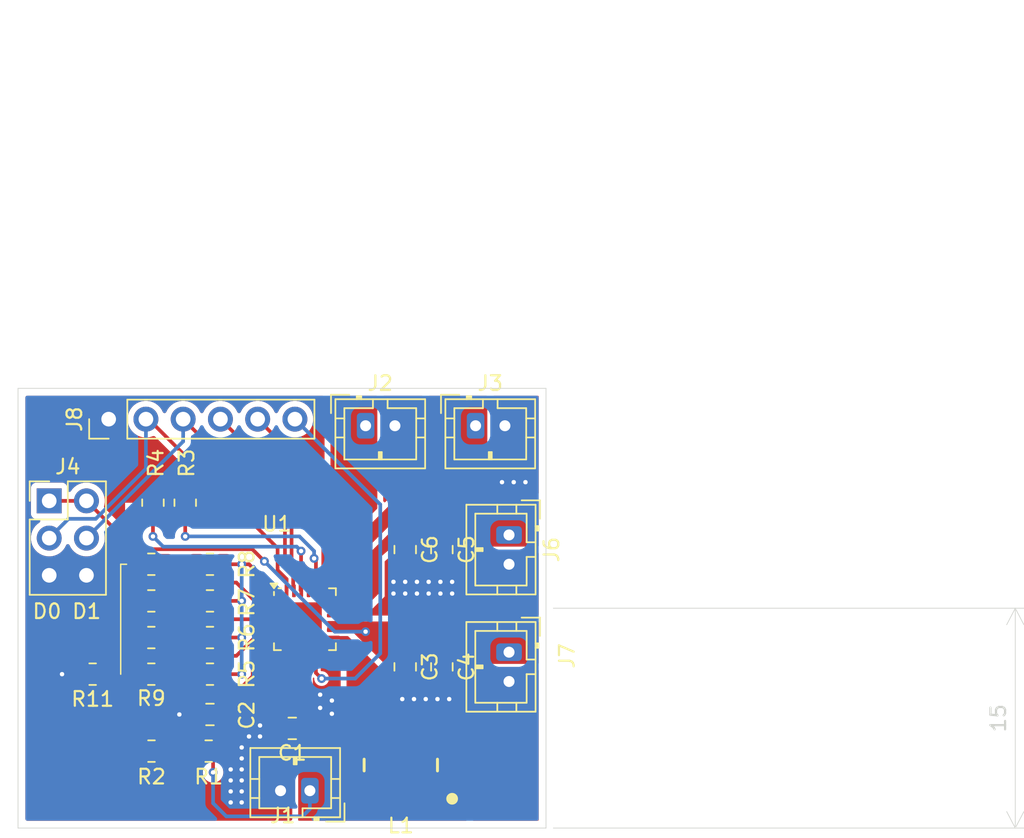
<source format=kicad_pcb>
(kicad_pcb
	(version 20241229)
	(generator "pcbnew")
	(generator_version "9.0")
	(general
		(thickness 1.6)
		(legacy_teardrops no)
	)
	(paper "A4")
	(layers
		(0 "F.Cu" signal)
		(2 "B.Cu" signal)
		(9 "F.Adhes" user "F.Adhesive")
		(11 "B.Adhes" user "B.Adhesive")
		(13 "F.Paste" user)
		(15 "B.Paste" user)
		(5 "F.SilkS" user "F.Silkscreen")
		(7 "B.SilkS" user "B.Silkscreen")
		(1 "F.Mask" user)
		(3 "B.Mask" user)
		(17 "Dwgs.User" user "User.Drawings")
		(19 "Cmts.User" user "User.Comments")
		(21 "Eco1.User" user "User.Eco1")
		(23 "Eco2.User" user "User.Eco2")
		(25 "Edge.Cuts" user)
		(27 "Margin" user)
		(31 "F.CrtYd" user "F.Courtyard")
		(29 "B.CrtYd" user "B.Courtyard")
		(35 "F.Fab" user)
		(33 "B.Fab" user)
		(39 "User.1" user)
		(41 "User.2" user)
		(43 "User.3" user)
		(45 "User.4" user)
	)
	(setup
		(pad_to_mask_clearance 0)
		(allow_soldermask_bridges_in_footprints no)
		(tenting front back)
		(grid_origin 152.02 74)
		(pcbplotparams
			(layerselection 0x00000000_00000000_55555555_5755f5ff)
			(plot_on_all_layers_selection 0x00000000_00000000_00000000_00000000)
			(disableapertmacros no)
			(usegerberextensions no)
			(usegerberattributes yes)
			(usegerberadvancedattributes yes)
			(creategerberjobfile yes)
			(dashed_line_dash_ratio 12.000000)
			(dashed_line_gap_ratio 3.000000)
			(svgprecision 4)
			(plotframeref no)
			(mode 1)
			(useauxorigin no)
			(hpglpennumber 1)
			(hpglpenspeed 20)
			(hpglpendiameter 15.000000)
			(pdf_front_fp_property_popups yes)
			(pdf_back_fp_property_popups yes)
			(pdf_metadata yes)
			(pdf_single_document no)
			(dxfpolygonmode yes)
			(dxfimperialunits yes)
			(dxfusepcbnewfont yes)
			(psnegative no)
			(psa4output no)
			(plot_black_and_white yes)
			(plotinvisibletext no)
			(sketchpadsonfab no)
			(plotpadnumbers no)
			(hidednponfab no)
			(sketchdnponfab yes)
			(crossoutdnponfab yes)
			(subtractmaskfromsilk no)
			(outputformat 1)
			(mirror no)
			(drillshape 1)
			(scaleselection 1)
			(outputdirectory "")
		)
	)
	(net 0 "")
	(net 1 "GND")
	(net 2 "/VIN")
	(net 3 "Net-(U1-CBP)")
	(net 4 "VCC")
	(net 5 "/REG_D0")
	(net 6 "/REG_D1")
	(net 7 "/PGOOD")
	(net 8 "/LLD")
	(net 9 "/SW")
	(net 10 "/MPPT")
	(net 11 "Net-(U1-VID)")
	(net 12 "Net-(U1-MINOP)")
	(net 13 "/REF")
	(net 14 "/SETSD")
	(net 15 "/SETPG")
	(net 16 "/SETBK")
	(net 17 "/TERM")
	(net 18 "/SETHYST")
	(net 19 "/SYS_OUT")
	(net 20 "/DIS_SW")
	(net 21 "/BAT_BAK")
	(net 22 "/BAT_PRIMARY")
	(footprint "Resistor_SMD:R_0805_2012Metric" (layer "F.Cu") (at 163.42 81.8 90))
	(footprint "Connector_PinHeader_2.54mm:PinHeader_2x03_P2.54mm_Vertical" (layer "F.Cu") (at 154.145 81.675))
	(footprint "Resistor_SMD:R_0805_2012Metric" (layer "F.Cu") (at 165.02 98.75 180))
	(footprint "Resistor_SMD:R_0805_2012Metric" (layer "F.Cu") (at 161.1075 86 180))
	(footprint "WE-TPC_4818:WE-TPC_4818" (layer "F.Cu") (at 178.12 99.7 180))
	(footprint "Resistor_SMD:R_0805_2012Metric" (layer "F.Cu") (at 165.1075 88.5 180))
	(footprint "Resistor_SMD:R_0805_2012Metric" (layer "F.Cu") (at 161.1075 88.5 180))
	(footprint "Capacitor_SMD:C_0805_2012Metric" (layer "F.Cu") (at 170.72 97.2 180))
	(footprint "Resistor_SMD:R_0805_2012Metric" (layer "F.Cu") (at 165.1075 86 180))
	(footprint "Connector_JST:JST_PH_B2B-PH-K_1x02_P2.00mm_Vertical" (layer "F.Cu") (at 183.22 76.55))
	(footprint "Package_CSP:LFCSP-24-1EP_4x4mm_P0.5mm_EP2.3x2.3mm" (layer "F.Cu") (at 171.5825 89.75))
	(footprint "Connector_JST:JST_PH_B2B-PH-K_1x02_P2.00mm_Vertical" (layer "F.Cu") (at 185.5 84 -90))
	(footprint "Capacitor_SMD:C_0805_2012Metric" (layer "F.Cu") (at 180.92 85 -90))
	(footprint "Resistor_SMD:R_0805_2012Metric" (layer "F.Cu") (at 161.1075 93.5 180))
	(footprint "Connector_JST:JST_PH_B2B-PH-K_1x02_P2.00mm_Vertical" (layer "F.Cu") (at 185.5 92 -90))
	(footprint "Connector_JST:JST_PH_B2B-PH-K_1x02_P2.00mm_Vertical" (layer "F.Cu") (at 175.72 76.55))
	(footprint "Resistor_SMD:R_0805_2012Metric" (layer "F.Cu") (at 157.1075 93.5 180))
	(footprint "Resistor_SMD:R_0805_2012Metric" (layer "F.Cu") (at 161.22 81.8 90))
	(footprint "Resistor_SMD:R_0805_2012Metric" (layer "F.Cu") (at 165.1075 93.5 180))
	(footprint "Capacitor_SMD:C_0805_2012Metric" (layer "F.Cu") (at 178.42 85 -90))
	(footprint "Capacitor_SMD:C_0805_2012Metric" (layer "F.Cu") (at 180.92 93 -90))
	(footprint "Resistor_SMD:R_0805_2012Metric" (layer "F.Cu") (at 161.12 98.75 180))
	(footprint "Connector_JST:JST_PH_B2B-PH-K_1x02_P2.00mm_Vertical" (layer "F.Cu") (at 171.92 101.45 180))
	(footprint "Capacitor_SMD:C_0805_2012Metric" (layer "F.Cu") (at 165.1075 96.25 180))
	(footprint "Capacitor_SMD:C_0805_2012Metric" (layer "F.Cu") (at 178.42 93 -90))
	(footprint "Connector_PinHeader_2.54mm:PinHeader_1x06_P2.54mm_Vertical" (layer "F.Cu") (at 158.2 76.1 90))
	(footprint "Resistor_SMD:R_0805_2012Metric" (layer "F.Cu") (at 165.1075 91 180))
	(footprint "Resistor_SMD:R_0805_2012Metric" (layer "F.Cu") (at 161.1075 91 180))
	(gr_line
		(start 159.02 86)
		(end 159.02 93.5)
		(stroke
			(width 0.1)
			(type default)
		)
		(layer "F.SilkS")
		(uuid "969d64af-74de-4040-92e8-9686e6abcd3d")
	)
	(gr_line
		(start 159.42 86)
		(end 159.02 86)
		(stroke
			(width 0.1)
			(type default)
		)
		(layer "F.SilkS")
		(uuid "eaf7edc5-5a42-4a18-81ae-b26185b29c04")
	)
	(gr_line
		(start 152.02 104)
		(end 188.02 104)
		(stroke
			(width 0.05)
			(type default)
		)
		(layer "Edge.Cuts")
		(uuid "36519438-2559-4fc2-848e-46cba1f6fc91")
	)
	(gr_line
		(start 188.02 74)
		(end 152.02 74)
		(stroke
			(width 0.05)
			(type default)
		)
		(layer "Edge.Cuts")
		(uuid "630be833-680a-45a7-96a5-79192055e9d5")
	)
	(gr_line
		(start 188.02 104)
		(end 188.02 74)
		(stroke
			(width 0.05)
			(type default)
		)
		(layer "Edge.Cuts")
		(uuid "924c12ec-ae7d-4745-9532-5728671f2aa2")
	)
	(gr_line
		(start 152.02 74)
		(end 152.02 104)
		(stroke
			(width 0.05)
			(type default)
		)
		(layer "Edge.Cuts")
		(uuid "f1f2177f-d8cb-408f-b192-c9c032a5c947")
	)
	(gr_text "D0"
		(at 152.92 89.8 0)
		(layer "F.SilkS")
		(uuid "45edb2dc-d5e3-420c-a9f7-00dedbcf5d5c")
		(effects
			(font
				(size 1 1)
				(thickness 0.15)
			)
			(justify left bottom)
		)
	)
	(gr_text "D1"
		(at 155.62 89.8 0)
		(layer "F.SilkS")
		(uuid "fdbc4ee7-65de-42df-b9c8-3c681d56d4eb")
		(effects
			(font
				(size 1 1)
				(thickness 0.15)
			)
			(justify left bottom)
		)
	)
	(dimension
		(type orthogonal)
		(layer "Dwgs.User")
		(uuid "12d1655d-9566-4174-a383-d0b5838405c3")
		(pts
			(xy 188.02 74) (xy 152.02 75)
		)
		(height -24.5)
		(orientation 0)
		(format
			(prefix "")
			(suffix "")
			(units 3)
			(units_format 0)
			(precision 4)
			(suppress_zeroes yes)
		)
		(style
			(thickness 0.1)
			(arrow_length 1.27)
			(text_position_mode 0)
			(arrow_direction outward)
			(extension_height 0.58642)
			(extension_offset 0.5)
			(keep_text_aligned yes)
		)
		(gr_text "36"
			(at 170.02 48.35 0)
			(layer "Dwgs.User")
			(uuid "12d1655d-9566-4174-a383-d0b5838405c3")
			(effects
				(font
					(size 1 1)
					(thickness 0.15)
				)
			)
		)
	)
	(dimension
		(type orthogonal)
		(layer "Edge.Cuts")
		(uuid "c783c712-dfa4-467e-8579-80ab10b65857")
		(pts
			(xy 188.02 104) (xy 188.02 89)
		)
		(height 32)
		(orientation 1)
		(format
			(prefix "")
			(suffix "")
			(units 3)
			(units_format 0)
			(precision 4)
			(suppress_zeroes yes)
		)
		(style
			(thickness 0.05)
			(arrow_length 1.27)
			(text_position_mode 0)
			(arrow_direction outward)
			(extension_height 0.58642)
			(extension_offset 0.5)
			(keep_text_aligned yes)
		)
		(gr_text "15"
			(at 218.87 96.5 90)
			(layer "Edge.Cuts")
			(uuid "c783c712-dfa4-467e-8579-80ab10b65857")
			(effects
				(font
					(size 1 1)
					(thickness 0.15)
				)
			)
		)
	)
	(segment
		(start 160.195 88.5)
		(end 160.195 91)
		(width 0.25)
		(layer "F.Cu")
		(net 1)
		(uuid "4cb90cfc-526c-481d-bf23-67b9f4c0ddee")
	)
	(segment
		(start 158.695 91)
		(end 156.195 93.5)
		(width 0.25)
		(layer "F.Cu")
		(net 1)
		(uuid "4dd05d14-3a40-4c06-94df-d26a5e63a52b")
	)
	(segment
		(start 160.195 86)
		(end 160.195 88.5)
		(width 0.25)
		(layer "F.Cu")
		(net 1)
		(uuid "506ad204-3dfc-46fc-921d-4f505c0cbdce")
	)
	(segment
		(start 164.1575 96.25)
		(end 163.02 96.25)
		(width 0.25)
		(layer "F.Cu")
		(net 1)
		(uuid "b9a4da0a-b6fc-4802-adb5-aaed2c381fe4")
	)
	(segment
		(start 160.195 91)
		(end 158.695 91)
		(width 0.25)
		(layer "F.Cu")
		(net 1)
		(uuid "d2e89b35-c449-4137-97e0-18bd2e06e1dd")
	)
	(segment
		(start 156.195 93.5)
		(end 155.02 93.5)
		(width 0.25)
		(layer "F.Cu")
		(net 1)
		(uuid "f0b0849c-d40f-4a51-b579-b64fab56eb0f")
	)
	(via
		(at 178.22 95.2)
		(size 0.6)
		(drill 0.3)
		(layers "F.Cu" "B.Cu")
		(free yes)
		(net 1)
		(uuid "068a9af3-e729-4662-a02d-43a1baf46838")
	)
	(via
		(at 180.02 87.2)
		(size 0.6)
		(drill 0.3)
		(layers "F.Cu" "B.Cu")
		(free yes)
		(net 1)
		(uuid "16c515c5-b029-4338-b345-de2bda4ceec7")
	)
	(via
		(at 166.52 100.75)
		(size 0.6)
		(drill 0.3)
		(layers "F.Cu" "B.Cu")
		(free yes)
		(net 1)
		(uuid "1b965aa8-90f5-4356-9e0a-bd7eae1fc8ef")
	)
	(via
		(at 185.82 80.4)
		(size 0.6)
		(drill 0.3)
		(layers "F.Cu" "B.Cu")
		(free yes)
		(net 1)
		(uuid "1de25ae9-c666-4b2e-a829-c045f5747bd2")
	)
	(via
		(at 186.62 80.4)
		(size 0.6)
		(drill 0.3)
		(layers "F.Cu" "B.Cu")
		(free yes)
		(net 1)
		(uuid "20a61a9e-a483-45ae-8b01-7fd88db95690")
	)
	(via
		(at 181.62 88)
		(size 0.6)
		(drill 0.3)
		(layers "F.Cu" "B.Cu")
		(free yes)
		(net 1)
		(uuid "26f7221e-cc4e-48a9-80d2-63f096448aa0")
	)
	(via
		(at 173.42 95.3)
		(size 0.6)
		(drill 0.3)
		(layers "F.Cu" "B.Cu")
		(free yes)
		(net 1)
		(uuid "27fda122-0beb-48e2-b899-d1a1a3530e69")
	)
	(via
		(at 180.62 95.2)
		(size 0.6)
		(drill 0.3)
		(layers "F.Cu" "B.Cu")
		(free yes)
		(net 1)
		(uuid "33f02011-6d6b-4dac-9bc1-ec501233a6c1")
	)
	(via
		(at 185.02 80.4)
		(size 0.6)
		(drill 0.3)
		(layers "F.Cu" "B.Cu")
		(free yes)
		(net 1)
		(uuid "34dbdf05-aaf1-458b-ad66-e72b1608ce51")
	)
	(via
		(at 163.02 96.25)
		(size 0.6)
		(drill 0.3)
		(layers "F.Cu" "B.Cu")
		(net 1)
		(uuid "37643d00-17db-43f0-9996-40fae8e52002")
	)
	(via
		(at 166.52 101.5)
		(size 0.6)
		(drill 0.3)
		(layers "F.Cu" "B.Cu")
		(free yes)
		(net 1)
		(uuid "3a372b97-87b3-4c6c-a457-16f7b87085cf")
	)
	(via
		(at 172.62 95.8)
		(size 0.6)
		(drill 0.3)
		(layers "F.Cu" "B.Cu")
		(free yes)
		(net 1)
		(uuid "3d641f3e-34ed-4184-b626-888a5762c109")
	)
	(via
		(at 180.02 88)
		(size 0.6)
		(drill 0.3)
		(layers "F.Cu" "B.Cu")
		(free yes)
		(net 1)
		(uuid "3e6be88b-deb0-4af7-8fa4-b06d54868cf3")
	)
	(via
		(at 179.82 95.2)
		(size 0.6)
		(drill 0.3)
		(layers "F.Cu" "B.Cu")
		(free yes)
		(net 1)
		(uuid "42e590b0-7072-494e-b44d-bd5c7157da7c")
	)
	(via
		(at 172.62 94.9)
		(size 0.6)
		(drill 0.3)
		(layers "F.Cu" "B.Cu")
		(free yes)
		(net 1)
		(uuid "449cba90-7276-47f4-b385-005fd8bcc212")
	)
	(via
		(at 166.52 100)
		(size 0.6)
		(drill 0.3)
		(layers "F.Cu" "B.Cu")
		(free yes)
		(net 1)
		(uuid "4de34748-52ea-479c-abb2-634568495118")
	)
	(via
		(at 167.27 98.5)
		(size 0.6)
		(drill 0.3)
		(layers "F.Cu" "B.Cu")
		(free yes)
		(net 1)
		(uuid "50678bc4-d91e-49c0-bf59-f0114afc9fee")
	)
	(via
		(at 167.27 100.75)
		(size 0.6)
		(drill 0.3)
		(layers "F.Cu" "B.Cu")
		(free yes)
		(net 1)
		(uuid "5d524b06-d0a5-4b4e-a413-fe9e063fbfda")
	)
	(via
		(at 173.42 96.2)
		(size 0.6)
		(drill 0.3)
		(layers "F.Cu" "B.Cu")
		(free yes)
		(net 1)
		(uuid "6a43d8e8-1bb8-40fc-a161-a837bc8b7849")
	)
	(via
		(at 178.42 87.2)
		(size 0.6)
		(drill 0.3)
		(layers "F.Cu" "B.Cu")
		(free yes)
		(net 1)
		(uuid "7e151a19-1285-4242-9c72-e0f2347f2bac")
	)
	(via
		(at 167.27 101.5)
		(size 0.6)
		(drill 0.3)
		(layers "F.Cu" "B.Cu")
		(free yes)
		(net 1)
		(uuid "8be7c23a-7b78-4711-a83e-dddac36bcd97")
	)
	(via
		(at 181.42 95.2)
		(size 0.6)
		(drill 0.3)
		(layers "F.Cu" "B.Cu")
		(free yes)
		(net 1)
		(uuid "97674798-c118-46fd-a6c5-e67779295552")
	)
	(via
		(at 166.52 102.25)
		(size 0.6)
		(drill 0.3)
		(layers "F.Cu" "B.Cu")
		(free yes)
		(net 1)
		(uuid "986af8fc-40aa-49b2-8b42-1a842e8bfbec")
	)
	(via
		(at 178.42 88)
		(size 0.6)
		(drill 0.3)
		(layers "F.Cu" "B.Cu")
		(free yes)
		(net 1)
		(uuid "9bcbec22-98ed-4da6-a737-3a54a16d6581")
	)
	(via
		(at 155.02 93.5)
		(size 0.6)
		(drill 0.3)
		(layers "F.Cu" "B.Cu")
		(net 1)
		(uuid "9c14e417-bebb-4194-a27f-3f687cb6f625")
	)
	(via
		(at 180.82 88)
		(size 0.6)
		(drill 0.3)
		(layers "F.Cu" "B.Cu")
		(free yes)
		(net 1)
		(uuid "ad7a5feb-f4e7-4a9c-994b-5b0e298e4f17")
	)
	(via
		(at 181.62 87.2)
		(size 0.6)
		(drill 0.3)
		(layers "F.Cu" "B.Cu")
		(free yes)
		(net 1)
		(uuid "b036fa1d-6acc-4873-ad2f-5b14a19cb213")
	)
	(via
		(at 177.62 88)
		(size 0.6)
		(drill 0.3)
		(layers "F.Cu" "B.Cu")
		(free yes)
		(net 1)
		(uuid "b5648792-0623-4a02-960c-4cf3419ae563")
	)
	(via
		(at 167.27 102.25)
		(size 0.6)
		(drill 0.3)
		(layers "F.Cu" "B.Cu")
		(free yes)
		(net 1)
		(uuid "bfc5894d-02bb-4ef5-8951-f9ca6dbb19a3")
	)
	(via
		(at 168.52 97)
		(size 0.6)
		(drill 0.3)
		(layers "F.Cu" "B.Cu")
		(free yes)
		(net 1)
		(uuid "c2627315-498e-4d27-a251-1dfeeca735f1")
	)
	(via
		(at 179.22 87.2)
		(size 0.6)
		(drill 0.3)
		(layers "F.Cu" "B.Cu")
		(free yes)
		(net 1)
		(uuid "c7755a77-f440-4a16-ac99-6eb61847d99a")
	)
	(via
		(at 167.27 100)
		(size 0.6)
		(drill 0.3)
		(layers "F.Cu" "B.Cu")
		(free yes)
		(net 1)
		(uuid "cc3f047c-49a7-46d8-ac74-19ac16825126")
	)
	(via
		(at 177.62 87.2)
		(size 0.6)
		(drill 0.3)
		(layers "F.Cu" "B.Cu")
		(free yes)
		(net 1)
		(uuid "d08b0b96-3f22-4872-9bb7-23cbc7285a31")
	)
	(via
		(at 179.22 88)
		(size 0.6)
		(drill 0.3)
		(layers "F.Cu" "B.Cu")
		(free yes)
		(net 1)
		(uuid "dbcaa6d6-bb9a-4405-8421-6c87b35eda30")
	)
	(via
		(at 167.77 97.75)
		(size 0.6)
		(drill 0.3)
		(layers "F.Cu" "B.Cu")
		(free yes)
		(net 1)
		(uuid "eb4d7f4a-00dc-43c7-8a79-95822820e38e")
	)
	(via
		(at 180.82 87.2)
		(size 0.6)
		(drill 0.3)
		(layers "F.Cu" "B.Cu")
		(free yes)
		(net 1)
		(uuid "edb741a7-5fb1-4381-807f-54ba1b3fbadf")
	)
	(via
		(at 168.52 97.75)
		(size 0.6)
		(drill 0.3)
		(layers "F.Cu" "B.Cu")
		(free yes)
		(net 1)
		(uuid "edbccca1-025b-45eb-b39e-1bd82ef7bfc1")
	)
	(via
		(at 179.02 95.2)
		(size 0.6)
		(drill 0.3)
		(layers "F.Cu" "B.Cu")
		(free yes)
		(net 1)
		(uuid "fc836eb5-464b-4796-802b-bc71baaea8d7")
	)
	(via
		(at 167.27 99.25)
		(size 0.6)
		(drill 0.3)
		(layers "F.Cu" "B.Cu")
		(free yes)
		(net 1)
		(uuid "fd8e2dff-303b-4b05-a7a6-4ec8a88cfa5d")
	)
	(segment
		(start 165.32 99.3625)
		(end 165.9325 98.75)
		(width 0.25)
		(layer "F.Cu")
		(net 2)
		(uuid "3802e56c-8438-4e16-9a64-198e00d3aef4")
	)
	(segment
		(start 171.8325 93.0875)
		(end 171.32 93.6)
		(width 0.25)
		(layer "F.Cu")
		(net 2)
		(uuid "56e61a77-f8d1-4996-b770-9bcf09c26f6d")
	)
	(segment
		(start 165.32 100.2)
		(end 165.32 99.3625)
		(width 0.25)
		(layer "F.Cu")
		(net 2)
		(uuid "be62d2b4-e8fc-47c1-b4f0-c0cea57524a2")
	)
	(segment
		(start 171.8325 91.6875)
		(end 171.8325 93.0875)
		(width 0.25)
		(layer "F.Cu")
		(net 2)
		(uuid "e3dd8368-5a65-4a85-95e7-4e505f9265c1")
	)
	(via
		(at 165.32 100.2)
		(size 0.6)
		(drill 0.3)
		(layers "F.Cu" "B.Cu")
		(net 2)
		(uuid "e977992a-6c05-40fe-adb1-b19de1a7b1b5")
	)
	(segment
		(start 165.32 102.3)
		(end 166.22 103.2)
		(width 0.25)
		(layer "B.Cu")
		(net 2)
		(uuid "2d86be12-9199-4e4b-a351-c745f2e4645f")
	)
	(segment
		(start 165.32 100.2)
		(end 165.32 102.3)
		(width 0.25)
		(layer "B.Cu")
		(net 2)
		(uuid "3c833c73-ad9e-4ea3-ae40-356c917ccc71")
	)
	(segment
		(start 171.92 102.7)
		(end 171.92 101.45)
		(width 0.25)
		(layer "B.Cu")
		(net 2)
		(uuid "4106dc76-9815-4411-a059-c8bd38a8923f")
	)
	(segment
		(start 166.22 103.2)
		(end 171.42 103.2)
		(width 0.25)
		(layer "B.Cu")
		(net 2)
		(uuid "50da62db-bf18-4be6-a313-30b5d8841d43")
	)
	(segment
		(start 171.92 102.3)
		(end 171.92 101.45)
		(width 0.25)
		(layer "B.Cu")
		(net 2)
		(uuid "96a34197-33a9-4630-81d4-dcde7d2a1e3f")
	)
	(segment
		(start 171.42 103.2)
		(end 171.92 102.7)
		(width 0.25)
		(layer "B.Cu")
		(net 2)
		(uuid "abbe9061-a8d4-400a-a1fc-1e3b8143a197")
	)
	(segment
		(start 166.0575 96.25)
		(end 166.758654 96.25)
		(width 0.25)
		(layer "F.Cu")
		(net 3)
		(uuid "07a41e90-712d-4367-a16c-1b94ddb17e33")
	)
	(segment
		(start 166.758654 96.25)
		(end 170.8325 92.176154)
		(width 0.25)
		(layer "F.Cu")
		(net 3)
		(uuid "84ad91fa-f62c-4358-aa27-67fb8072a28a")
	)
	(segment
		(start 170.8325 92.176154)
		(end 170.8325 91.6875)
		(width 0.25)
		(layer "F.Cu")
		(net 3)
		(uuid "eab80221-c71c-43b7-ad6e-d43e0d773ad0")
	)
	(segment
		(start 156.685 81.675)
		(end 159.984 84.974)
		(width 0.25)
		(layer "F.Cu")
		(net 4)
		(uuid "3c617b5e-f196-45fb-a319-385e6daf83fd")
	)
	(segment
		(start 167.994 84.974)
		(end 168.82 85.8)
		(width 0.25)
		(layer "F.Cu")
		(net 4)
		(uuid "6594ed91-4ba0-48db-b328-f583c616b836")
	)
	(segment
		(start 154.145 81.675)
		(end 156.685 81.675)
		(width 0.25)
		(layer "F.Cu")
		(net 4)
		(uuid "9aa13f48-209f-4a32-8b8a-2fb986d6173b")
	)
	(segment
		(start 159.984 84.974)
		(end 167.994 84.974)
		(width 0.25)
		(layer "F.Cu")
		(net 4)
		(uuid "ac959b74-e5e0-414f-a998-992228b68dca")
	)
	(via
		(at 175.72 90.6)
		(size 0.6)
		(drill 0.3)
		(layers "F.Cu" "B.Cu")
		(net 4)
		(uuid "3c7a67e9-5dcc-4e91-b73a-9900c774f257")
	)
	(via
		(at 168.82 85.8)
		(size 0.6)
		(drill 0.3)
		(layers "F.Cu" "B.Cu")
		(net 4)
		(uuid "44189009-fee7-4791-b86c-8344df10aad2")
	)
	(segment
		(start 175.72 90.6)
		(end 173.62 90.6)
		(width 0.25)
		(layer "B.Cu")
		(net 4)
		(uuid "2ecfa883-44b1-4944-8683-2e8f775f2a5f")
	)
	(segment
		(start 173.62 90.6)
		(end 168.82 85.8)
		(width 0.25)
		(layer "B.Cu")
		(net 4)
		(uuid "fe484d2f-4123-4689-8eb1-106bd66f1faa")
	)
	(segment
		(start 170.3325 87.0125)
		(end 169.72 86.4)
		(width 0.25)
		(layer "F.Cu")
		(net 5)
		(uuid "2890dd06-16e4-4bf7-b837-767737dccd81")
	)
	(segment
		(start 160.92 76.1)
		(end 160.74 76.1)
		(width 0.25)
		(layer "F.Cu")
		(net 5)
		(uuid "5edb1a1f-10d6-4622-be42-fe073c0efe90")
	)
	(segment
		(start 170.3325 87.8125)
		(end 170.3325 87.0125)
		(width 0.25)
		(layer "F.Cu")
		(net 5)
		(uuid "c0e18192-8965-4e9a-9b92-0d05959df180")
	)
	(segment
		(start 169.72 86.4)
		(end 169.72 84.9)
		(width 0.25)
		(layer "F.Cu")
		(net 5)
		(uuid "cb13afc7-8507-46e8-b3ee-b97c68770070")
	)
	(segment
		(start 169.72 84.9)
		(end 160.92 76.1)
		(width 0.25)
		(layer "F.Cu")
		(net 5)
		(uuid "dc2ca0d6-e26b-458b-b629-731793f3a97f")
	)
	(segment
		(start 155.46 82.9)
		(end 157.32 82.9)
		(width 0.25)
		(layer "B.Cu")
		(net 5)
		(uuid "3c810a3b-2232-404c-8050-bb205218b312")
	)
	(segment
		(start 154.145 84.215)
		(end 155.46 82.9)
		(width 0.25)
		(layer "B.Cu")
		(net 5)
		(uuid "4bd0d1dd-4a7e-4a36-acb9-6155ae5c0f64")
	)
	(segment
		(start 157.32 82.9)
		(end 160.74 79.48)
		(width 0.25)
		(layer "B.Cu")
		(net 5)
		(uuid "a6b5d71a-4c78-43fd-bb61-d3c0c961d264")
	)
	(segment
		(start 160.74 79.48)
		(end 160.74 76.1)
		(width 0.25)
		(layer "B.Cu")
		(net 5)
		(uuid "b1a745af-2a56-4a0b-a997-84a1c32968f4")
	)
	(segment
		(start 170.7835 87.7635)
		(end 170.7835 87.274846)
		(width 0.25)
		(layer "F.Cu")
		(net 6)
		(uuid "3c5636db-ed59-4054-8c8a-9d2b9f3216ea")
	)
	(segment
		(start 170.51931 86.5615)
		(end 170.22 86.26219)
		(width 0.25)
		(layer "F.Cu")
		(net 6)
		(uuid "55372fab-6f4d-4b6a-b259-653b65b31908")
	)
	(segment
		(start 170.7835 86.82569)
		(end 170.51931 86.5615)
		(width 0.25)
		(layer "F.Cu")
		(net 6)
		(uuid "5bb28714-ddeb-48b9-947e-b7a6ab0928c2")
	)
	(segment
		(start 170.22 83.04)
		(end 163.28 76.1)
		(width 0.25)
		(layer "F.Cu")
		(net 6)
		(uuid "5c72ba64-12a1-40f9-835f-dad78635bdaa")
	)
	(segment
		(start 170.7835 87.274846)
		(end 170.7835 87.19931)
		(width 0.25)
		(layer "F.Cu")
		(net 6)
		(uuid "7bcf7e42-4e1c-4a12-a255-693023cc4c00")
	)
	(segment
		(start 170.8325 87.8125)
		(end 170.7835 87.7635)
		(width 0.25)
		(layer "F.Cu")
		(net 6)
		(uuid "ba32d455-cee9-4c8f-a30e-6e1d3fb1ca7f")
	)
	(segment
		(start 170.7835 87.19931)
		(end 170.7835 86.82569)
		(width 0.25)
		(layer "F.Cu")
		(net 6)
		(uuid "f702d2c7-fd37-4b4b-b965-8222c8dc0127")
	)
	(segment
		(start 170.22 86.26219)
		(end 170.22 83.04)
		(width 0.25)
		(layer "F.Cu")
		(net 6)
		(uuid "fbf96e6c-55d6-4652-a4d8-4bcfe4996045")
	)
	(segment
		(start 156.685 84.215)
		(end 163.28 77.62)
		(width 0.25)
		(layer "B.Cu")
		(net 6)
		(uuid "8fabd238-fe59-482e-b4d6-5c8abe2a7cb0")
	)
	(segment
		(start 163.28 77.62)
		(end 163.28 76.1)
		(width 0.25)
		(layer "B.Cu")
		(net 6)
		(uuid "999a2a78-a548-425e-9456-0e3771a107d6")
	)
	(segment
		(start 172.8325 80.5725)
		(end 168.36 76.1)
		(width 0.25)
		(layer "F.Cu")
		(net 7)
		(uuid "26dc97e8-0a84-4c3e-a7ea-af83a61ec37e")
	)
	(segment
		(start 172.8325 87.8125)
		(end 172.8325 80.5725)
		(width 0.25)
		(layer "F.Cu")
		(net 7)
		(uuid "de41ce90-acb8-4f4f-bbba-a65d7eccfd42")
	)
	(segment
		(start 172.3325 93.4125)
		(end 172.3325 91.6875)
		(width 0.25)
		(layer "F.Cu")
		(net 8)
		(uuid "07b400db-91bd-4d3a-9aa9-e5df2f5a8ec0")
	)
	(segment
		(start 172.72 93.8)
		(end 172.3325 93.4125)
		(width 0.25)
		(layer "F.Cu")
		(net 8)
		(uuid "866f9eb1-9aac-4aa2-b3f5-2de886a11270")
	)
	(via
		(at 172.72 93.8)
		(size 0.6)
		(drill 0.3)
		(layers "F.Cu" "B.Cu")
		(net 8)
		(uuid "3aed73d6-9594-461f-bbb5-6fcbdb601130")
	)
	(segment
		(start 175.005298 93.8)
		(end 172.72 93.8)
		(width 0.25)
		(layer "B.Cu")
		(net 8)
		(uuid "43eb7d9d-5137-47f7-b19f-440c36c79d86")
	)
	(segment
		(start 176.72 81.92)
		(end 176.72 92.085298)
		(width 0.25)
		(layer "B.Cu")
		(net 8)
		(uuid "674564fa-8191-43fd-afd2-fcea788655d9")
	)
	(segment
		(start 170.9 76.1)
		(end 176.72 81.92)
		(width 0.25)
		(layer "B.Cu")
		(net 8)
		(uuid "76d2a5b8-286f-45b0-93ed-a1088e3211e5")
	)
	(segment
		(start 176.72 92.085298)
		(end 175.005298 93.8)
		(width 0.25)
		(layer "B.Cu")
		(net 8)
		(uuid "85ba37f3-9ada-44ba-9e6d-109f0f2fb821")
	)
	(segment
		(start 171.3325 92.521514)
		(end 171.3325 91.6875)
		(width 0.25)
		(layer "F.Cu")
		(net 10)
		(uuid "35f72403-76ad-484a-a6ea-8797797be8dd")
	)
	(segment
		(start 164.195 98.75)
		(end 165.221 97.724)
		(width 0.25)
		(layer "F.Cu")
		(net 10)
		(uuid "430f45c6-e605-4cc2-bba2-8dfb504c7ad1")
	)
	(segment
		(start 164.195 98.75)
		(end 162.02 98.75)
		(width 0.25)
		(layer "F.Cu")
		(net 10)
		(uuid "b076753e-d3cc-4564-8422-7dd937fb87bf")
	)
	(segment
		(start 166.130014 97.724)
		(end 171.3325 92.521514)
		(width 0.25)
		(layer "F.Cu")
		(net 10)
		(uuid "d1176a56-13cd-49f1-a87f-63da3eeb01e1")
	)
	(segment
		(start 165.221 97.724)
		(end 166.130014 97.724)
		(width 0.25)
		(layer "F.Cu")
		(net 10)
		(uuid "d54c7bd5-309d-487e-9d9a-8998f3af0ca0")
	)
	(segment
		(start 163.42 84.1)
		(end 163.42 82.7125)
		(width 0.25)
		(layer "F.Cu")
		(net 11)
		(uuid "24548673-3d02-44b3-bad3-011e9b8664e1")
	)
	(segment
		(start 172.3325 85.725)
		(end 172.3325 87.8125)
		(width 0.25)
		(layer "F.Cu")
		(net 11)
		(uuid "3866e38d-b537-4375-817a-645771850c6e")
	)
	(segment
		(start 172.2075 85.6)
		(end 172.3325 85.725)
		(width 0.25)
		(layer "F.Cu")
		(net 11)
		(uuid "d27d404c-1e41-4574-9ef6-d2c9b7f20796")
	)
	(via
		(at 163.42 84.1)
		(size 0.6)
		(drill 0.3)
		(layers "F.Cu" "B.Cu")
		(net 11)
		(uuid "277b0e2c-158f-4d1d-96d6-8bb2fd205f69")
	)
	(via
		(at 172.2075 85.6)
		(size 0.6)
		(drill 0.3)
		(layers "F.Cu" "B.Cu")
		(net 11)
		(uuid "391f819d-0d5e-4be2-907a-4ca22735f727")
	)
	(segment
		(start 172.2075 85.6)
		(end 172.2075 85.102202)
		(width 0.25)
		(layer "B.Cu")
		(net 11)
		(uuid "336b50db-3fd4-4977-9390-3f58cab9cbd9")
	)
	(segment
		(start 171.205298 84.1)
		(end 163.42 84.1)
		(width 0.25)
		(layer "B.Cu")
		(net 11)
		(uuid "5d9baf9d-c6e3-4c59-bd3f-0b24e269e305")
	)
	(segment
		(start 172.2075 85.102202)
		(end 171.205298 84.1)
		(width 0.25)
		(layer "B.Cu")
		(net 11)
		(uuid "b8e007a8-7541-4a11-ba03-fb8d46dfa802")
	)
	(segment
		(start 171.32 85.1)
		(end 171.32 85.875)
		(width 0.25)
		(layer "F.Cu")
		(net 12)
		(uuid "0e7b07c9-3dac-4d59-bf3d-ccf0ecd0714f")
	)
	(segment
		(start 171.32 85.875)
		(end 171.8325 86.3875)
		(width 0.25)
		(layer "F.Cu")
		(net 12)
		(uuid "1549bfda-d478-4b47-ae52-b6566db3fefe")
	)
	(segment
		(start 171.8325 86.3875)
		(end 171.8325 87.8125)
		(width 0.25)
		(layer "F.Cu")
		(net 12)
		(uuid "6221f6d8-5665-42e8-9e18-37f9f4b43cb2")
	)
	(segment
		(start 161.22 84.1)
		(end 161.22 82.7125)
		(width 0.25)
		(layer "F.Cu")
		(net 12)
		(uuid "6abb24c8-b7ea-4391-9703-9f589fa9cdaf")
	)
	(via
		(at 161.22 84.1)
		(size 0.6)
		(drill 0.3)
		(layers "F.Cu" "B.Cu")
		(net 12)
		(uuid "2983b0c3-87d6-4894-b24b-ceaa5d056c12")
	)
	(via
		(at 171.32 85.1)
		(size 0.6)
		(drill 0.3)
		(layers "F.Cu" "B.Cu")
		(net 12)
		(uuid "d4e9d23f-1105-48bb-a876-b22cf9627744")
	)
	(segment
		(start 161.92 84.8)
		(end 161.22 84.1)
		(width 0.25)
		(layer "B.Cu")
		(net 12)
		(uuid "989a6787-dd3c-4fd3-ae06-9933276373ae")
	)
	(segment
		(start 171.32 85.1)
		(end 171.02 84.8)
		(width 0.25)
		(layer "B.Cu")
		(net 12)
		(uuid "d703b2d8-1d85-49a0-9dd8-f338867f621d")
	)
	(segment
		(start 171.02 84.8)
		(end 161.92 84.8)
		(width 0.25)
		(layer "B.Cu")
		(net 12)
		(uuid "f53bd92e-dd16-4f0b-8515-9ef24bbd4313")
	)
	(segment
		(start 166.02 91)
		(end 167.27 91)
		(width 0.25)
		(layer "F.Cu")
		(net 13)
		(uuid "07a0013d-de2a-4567-9d00-0299954a8b7d")
	)
	(segment
		(start 167.77 86)
		(end 169.645 87.875)
		(width 0.25)
		(layer "F.Cu")
		(net 13)
		(uuid "17ab0083-b41b-4e19-a88c-a7284ba464b3")
	)
	(segment
		(start 166.02 86)
		(end 167.27 86)
		(width 0.25)
		(layer "F.Cu")
		(net 13)
		(uuid "1d8a5492-cb7e-46b6-89b7-8dd78df94d72")
	)
	(segment
		(start 167.27 86)
		(end 167.77 86)
		(width 0.25)
		(layer "F.Cu")
		(net 13)
		(uuid "5432ec64-7afd-4297-aff7-87b6d936df1f")
	)
	(segment
		(start 166.02 93.5)
		(end 167.27 93.5)
		(width 0.25)
		(layer "F.Cu")
		(net 13)
		(uuid "99b519f6-5900-4ac0-9316-d927549038a3")
	)
	(segment
		(start 166.02 88.5)
		(end 167.27 88.5)
		(width 0.25)
		(layer "F.Cu")
		(net 13)
		(uuid "c698c60e-945d-4556-89fd-451058188f1c")
	)
	(segment
		(start 169.645 87.875)
		(end 169.645 88.5)
		(width 0.25)
		(layer "F.Cu")
		(net 13)
		(uuid "cb374e4a-287c-4e4c-b7e0-8fa0c6cbb425")
	)
	(via
		(at 167.27 91)
		(size 0.6)
		(drill 0.3)
		(layers "F.Cu" "B.Cu")
		(net 13)
		(uuid "3af64f50-a8f5-40ca-ab90-f1d2aaf6ce3c")
	)
	(via
		(at 167.27 86)
		(size 0.6)
		(drill 0.3)
		(layers "F.Cu" "B.Cu")
		(net 13)
		(uuid "4c174ae4-ae53-487b-96cf-6ac4b5b30c18")
	)
	(via
		(at 167.27 88.5)
		(size 0.6)
		(drill 0.3)
		(layers "F.Cu" "B.Cu")
		(net 13)
		(uuid "88006985-4449-4f9b-a42c-172f12b053ed")
	)
	(via
		(at 167.27 93.5)
		(size 0.6)
		(drill 0.3)
		(layers "F.Cu" "B.Cu")
		(net 13)
		(uuid "e5eeccd1-6413-4d56-91b9-ca3dae69e38c")
	)
	(segment
		(start 167.27 88.5)
		(end 167.27 91)
		(width 0.25)
		(layer "B.Cu")
		(net 13)
		(uuid "251a5953-f306-4893-b867-0c63d4285feb")
	)
	(segment
		(start 167.27 93.5)
		(end 167.27 91)
		(width 0.25)
		(layer "B.Cu")
		(net 13)
		(uuid "2d48febd-b5e0-4737-bace-3863b2f18b0d")
	)
	(segment
		(start 167.27 86)
		(end 167.27 88.5)
		(width 0.25)
		(layer "B.Cu")
		(net 13)
		(uuid "ac6dedc2-ecba-4c92-8f2f-eea93e097e9f")
	)
	(segment
		(start 164.195 86)
		(end 162.02 86)
		(width 0.25)
		(layer "F.Cu")
		(net 14)
		(uuid "32576719-063d-4969-8cd0-4e3d1c1ae395")
	)
	(segment
		(start 165.445 87.25)
		(end 164.195 86)
		(width 0.25)
		(layer "F.Cu")
		(net 14)
		(uuid "71594449-1457-4ec7-b91a-4bc4ab381996")
	)
	(segment
		(start 169.645 89)
		(end 168.655298 89)
		(width 0.25)
		(layer "F.Cu")
		(net 14)
		(uuid "bf17c323-9377-472a-b98d-5f42d965c0db")
	)
	(segment
		(start 168.655298 89)
		(end 166.905298 87.25)
		(width 0.25)
		(layer "F.Cu")
		(net 14)
		(uuid "f05808de-10fb-4a1d-bfda-7e9e5f6e77fe")
	)
	(segment
		(start 166.905298 87.25)
		(end 165.445 87.25)
		(width 0.25)
		(layer "F.Cu")
		(net 14)
		(uuid "f502d7e7-13ba-4f9f-8167-a6a96aee6792")
	)
	(segment
		(start 169.645 90.5)
		(end 169.02 90.5)
		(width 0.25)
		(layer "F.Cu")
		(net 15)
		(uuid "075d9a59-96c4-4c62-a7e7-6a22ae21128a")
	)
	(segment
		(start 167.129298 94.526)
		(end 165.221 94.526)
		(width 0.25)
		(layer "F.Cu")
		(net 15)
		(uuid "3c062ae7-25bc-4ae1-b451-0298eb7c5829")
	)
	(segment
		(start 168.721 90.799)
		(end 168.721 91.073156)
		(width 0.25)
		(layer "F.Cu")
		(net 15)
		(uuid "420d952a-edb6-4bb9-a120-eb8804e1ccf0")
	)
	(segment
		(start 168.45681 91.337346)
		(end 168.02 91.774156)
		(width 0.25)
		(layer "F.Cu")
		(net 15)
		(uuid "498d6c9a-8987-4575-8c85-ecf84c8e6655")
	)
	(segment
		(start 168.02 91.774156)
		(end 168.02 93.635298)
		(width 0.25)
		(layer "F.Cu")
		(net 15)
		(uuid "5f313d30-20fd-4105-992b-962f310640a2")
	)
	(segment
		(start 162.02 93.5)
		(end 164.195 93.5)
		(width 0.25)
		(layer "F.Cu")
		(net 15)
		(uuid "66d019af-cd08-4f6d-901d-9474b6b5a667")
	)
	(segment
		(start 168.721 91.073156)
		(end 168.45681 91.337346)
		(width 0.25)
		(layer "F.Cu")
		(net 15)
		(uuid "a6c4a197-667b-43db-bb98-3cc5151c4bf0")
	)
	(segment
		(start 168.02 93.635298)
		(end 167.129298 94.526)
		(width 0.25)
		(layer "F.Cu")
		(net 15)
		(uuid "c0b1f12c-9b36-4e6d-9afe-946e5caa2452")
	)
	(segment
		(start 165.221 94.526)
		(end 164.195 93.5)
		(width 0.25)
		(layer "F.Cu")
		(net 15)
		(uuid "d84a5a4c-6bf1-4a7f-89e4-a352c9cf5e34")
	)
	(segment
		(start 169.02 90.5)
		(end 168.721 90.799)
		(width 0.25)
		(layer "F.Cu")
		(net 15)
		(uuid "f180a0d5-6fc6-49bf-8067-6f973d0e228d")
	)
	(segment
		(start 168.52 89.5)
		(end 168.27 89.75)
		(width 0.25)
		(layer "F.Cu")
		(net 16)
		(uuid "2ecda575-bb30-403c-96df-15ff6928f6aa")
	)
	(segment
		(start 165.445 89.75)
		(end 164.195 88.5)
		(width 0.25)
		(layer "F.Cu")
		(net 16)
		(uuid "327fc4f7-bb90-4e5c-a89a-69a590886c0e")
	)
	(segment
		(start 169.645 89.5)
		(end 168.52 89.5)
		(width 0.25)
		(layer "F.Cu")
		(net 16)
		(uuid "433c9619-aefc-4749-9002-f5b86194afe2")
	)
	(segment
		(start 168.27 89.75)
		(end 165.445 89.75)
		(width 0.25)
		(layer "F.Cu")
		(net 16)
		(uuid "661b0448-c052-49cb-8cf3-987be033d895")
	)
	(segment
		(start 164.195 88.5)
		(end 162.02 88.5)
		(width 0.25)
		(layer "F.Cu")
		(net 16)
		(uuid "c1fd79d7-e273-4b52-bcbe-bcaf669d4f1b")
	)
	(segment
		(start 166.906346 92.25)
		(end 165.52 92.25)
		(width 0.25)
		(layer "F.Cu")
		(net 17)
		(uuid "00c23b62-7ec1-4e90-8599-9e6b7277b7bf")
	)
	(segment
		(start 165.52 92.25)
		(end 164.27 91)
		(width 0.25)
		(layer "F.Cu")
		(net 17)
		(uuid "16a663eb-1cda-4a0a-a1bb-e296b4fc4164")
	)
	(segment
		(start 168.65781 90)
		(end 168.27 90.38781)
		(width 0.25)
		(layer "F.Cu")
		(net 17)
		(uuid "3192105d-46f2-462a-81d1-0e52acb9ca5a")
	)
	(segment
		(start 169.645 90)
		(end 168.65781 90)
		(width 0.25)
		(layer "F.Cu")
		(net 17)
		(uuid "377aef15-945f-4251-ba0f-48f7b09e4b50")
	)
	(segment
		(start 168.27 90.886346)
		(end 166.906346 92.25)
		(width 0.25)
		(layer "F.Cu")
		(net 17)
		(uuid "7b9817f1-9745-438c-acb9-74071a8c101b")
	)
	(segment
		(start 168.27 90.38781)
		(end 168.27 90.886346)
		(width 0.25)
		(layer "F.Cu")
		(net 17)
		(uuid "9d56f2bb-d5d5-463b-9933-9126a91b1fe8")
	)
	(segment
		(start 164.195 91)
		(end 162.02 91)
		(width 0.25)
		(layer "F.Cu")
		(net 17)
		(uuid "d5978675-e1d9-4783-b36d-161168fd3bd8")
	)
	(segment
		(start 164.27 91)
		(end 164.195 91)
		(width 0.25)
		(layer "F.Cu")
		(net 17)
		(uuid "ee134167-242d-438b-b473-f45f3669368a")
	)
	(segment
		(start 169.645 92.648108)
		(end 167.293108 95)
		(width 0.25)
		(layer "F.Cu")
		(net 18)
		(uuid "034a550c-beca-4164-8ec2-245080d8a872")
	)
	(segment
		(start 169.645 91)
		(end 169.645 92.648108)
		(width 0.25)
		(layer "F.Cu")
		(net 18)
		(uuid "15e8bc21-050c-4a5e-aa1e-0b87d26dd5ca")
	)
	(segment
		(start 160.195 93.5)
		(end 158.02 93.5)
		(width 0.25)
		(layer "F.Cu")
		(net 18)
		(uuid "5159c616-34f5-4809-8a15-81ab37c54ed2")
	)
	(segment
		(start 161.695 95)
		(end 160.195 93.5)
		(width 0.25)
		(layer "F.Cu")
		(net 18)
		(uuid "5a81fecf-35e5-4204-805c-01d6a06880a8")
	)
	(segment
		(start 167.293108 95)
		(end 161.695 95)
		(width 0.25)
		(layer "F.Cu")
		(net 18)
		(uuid "e0126d96-9fa2-4689-91bd-997811532f1b")
	)
	(segment
		(start 171.2835 87.7635)
		(end 171.2835 87.274846)
		(width 0.25)
		(layer "F.Cu")
		(net 20)
		(uuid "061b4169-caed-4115-adec-082774af7e76")
	)
	(segment
		(start 171.3325 87.8125)
		(end 171.2835 87.7635)
		(width 0.25)
		(layer "F.Cu")
		(net 20)
		(uuid "3392dfa9-c1d0-4faa-9d15-85f42c8040fa")
	)
	(segment
		(start 170.671 80.951)
		(end 165.82 76.1)
		(width 0.25)
		(layer "F.Cu")
		(net 20)
		(uuid "37173273-b49b-48cb-9e8d-fd5239a360a5")
	)
	(segment
		(start 171.2835 87.274846)
		(end 171.2345 87.225846)
		(width 0.25)
		(layer "F.Cu")
		(net 20)
		(uuid "63f90cd4-4e7c-4d77-bd41-6f50deccff91")
	)
	(segment
		(start 171.2345 87.225846)
		(end 171.2345 86.63888)
		(width 0.25)
		(layer "F.Cu")
		(net 20)
		(uuid "93fbfd8c-b0d5-4571-947b-7d5effc7a471")
	)
	(segment
		(start 171.2345 86.63888)
		(end 170.671 86.07538)
		(width 0.25)
		(layer "F.Cu")
		(net 20)
		(uuid "a2bf09cf-cf54-4044-a25f-5fb8cd71e67f")
	)
	(segment
		(start 170.671 86.07538)
		(end 170.671 80.951)
		(width 0.25)
		(layer "F.Cu")
		(net 20)
		(uuid "dfeb99bc-5e5b-4b91-99db-1b14cde6494f")
	)
	(zone
		(net 4)
		(net_name "VCC")
		(layer "F.Cu")
		(uuid "088ecf98-3f80-4ddf-bbca-0a6564d3e7ca")
		(hatch edge 0.5)
		(priority 1)
		(connect_pads yes
			(clearance 0)
		)
		(min_thickness 0.1)
		(filled_areas_thickness no)
		(fill yes
			(thermal_gap 0.5)
			(thermal_bridge_width 0.5)
		)
		(polygon
			(pts
				(xy 188.02 92.8) (xy 177.02 92.8) (xy 174.815238 90.6) (xy 173.02 90.6) (xy 173.02 90.4) (xy 173.02 89.9)
				(xy 188.02 89.9)
			)
		)
		(filled_polygon
			(layer "F.Cu")
			(pts
				(xy 175.807378 89.900603) (xy 175.838296 89.9055) (xy 175.838297 89.9055) (xy 187.4705 89.9055)
				(xy 187.505148 89.919852) (xy 187.5195 89.9545) (xy 187.5195 92.751) (xy 187.505148 92.785648) (xy 187.4705 92.8)
				(xy 177.040266 92.8) (xy 177.005655 92.785686) (xy 176.970894 92.751) (xy 174.815238 90.6) (xy 174.815237 90.6)
				(xy 173.1365 90.6) (xy 173.101852 90.585648) (xy 173.0875 90.551) (xy 173.0875 90.435661) (xy 173.089853 90.42066)
				(xy 173.089952 90.420352) (xy 173.094824 90.405201) (xy 173.098385 90.393074) (xy 173.100851 90.384314)
				(xy 173.114285 90.258159) (xy 173.110724 90.18838) (xy 173.088497 90.075122) (xy 173.088417 90.074714)
				(xy 173.0875 90.065278) (xy 173.0875 89.949) (xy 173.101852 89.914352) (xy 173.1365 89.9) (xy 175.799713 89.9)
			)
		)
	)
	(zone
		(net 22)
		(net_name "/BAT_PRIMARY")
		(layer "F.Cu")
		(uuid "0a74deef-731a-4370-9ea1-96ce623c4479")
		(hatch edge 0.5)
		(priority 7)
		(connect_pads yes
			(clearance 0)
		)
		(min_thickness 0.1)
		(filled_areas_thickness no)
		(fill yes
			(thermal_gap 0.5)
			(thermal_bridge_width 0.5)
		)
		(polygon
			(pts
				(xy 172.92 89.1) (xy 174.52 89.1) (xy 175.52 88.1) (xy 175.52 85.2) (xy 179.52 81.2) (xy 184.02 81.2)
				(xy 184.02 74) (xy 180.02 74) (xy 180.02 79.3) (xy 174.82 84.5) (xy 174.82 88.3) (xy 174.32 88.8)
				(xy 172.92 88.8)
			)
		)
		(filled_polygon
			(layer "F.Cu")
			(pts
				(xy 184.005648 74.514852) (xy 184.02 74.5495) (xy 184.02 81.151) (xy 184.005648 81.185648) (xy 183.971 81.2)
				(xy 179.52 81.2) (xy 175.52 85.199999) (xy 175.52 88.079704) (xy 175.505648 88.114352) (xy 174.534352 89.085648)
				(xy 174.499704 89.1) (xy 173.1365 89.1) (xy 173.101852 89.085648) (xy 173.0875 89.051) (xy 173.0875 88.935662)
				(xy 173.088851 88.924233) (xy 173.089282 88.922435) (xy 173.09482 88.905215) (xy 173.09838 88.893093)
				(xy 173.100846 88.884331) (xy 173.102782 88.866148) (xy 173.103521 88.86307) (xy 173.112818 88.850267)
				(xy 173.120386 88.836377) (xy 173.123776 88.835178) (xy 173.125559 88.832725) (xy 173.134924 88.831239)
				(xy 173.151167 88.825499) (xy 173.9209 88.825499) (xy 173.997617 88.81024) (xy 173.99762 88.810237)
				(xy 174.000054 88.80923) (xy 174.018806 88.8055) (xy 174.099704 88.8055) (xy 174.122619 88.800942)
				(xy 174.132179 88.8) (xy 174.319999 88.8) (xy 174.32 88.8) (xy 174.82 88.3) (xy 174.82 84.520296)
				(xy 174.834352 84.485648) (xy 180.02 79.3) (xy 180.02 74.5495) (xy 180.034352 74.514852) (xy 180.069 74.5005)
				(xy 183.971 74.5005)
			)
		)
	)
	(zone
		(net 1)
		(net_name "GND")
		(layer "F.Cu")
		(uuid "2777dbd9-8e2a-4dfb-bf7d-47ff5f9a2305")
		(hatch edge 0.5)
		(priority 6)
		(connect_pads yes
			(clearance 0.4)
		)
		(min_thickness 0.1)
		(filled_areas_thickness no)
		(fill yes
			(thermal_gap 0.5)
			(thermal_bridge_width 0.5)
		)
		(polygon
			(pts
				(xy 188.02 89.5) (xy 175.72 89.5) (xy 177.02 88.2) (xy 177.02 85.8) (xy 177.72 85.2) (xy 188.02 85.2)
			)
		)
		(filled_polygon
			(layer "F.Cu")
			(pts
				(xy 187.505148 85.214352) (xy 187.5195 85.249) (xy 187.5195 89.451) (xy 187.505148 89.485648) (xy 187.4705 89.5)
				(xy 175.838296 89.5) (xy 175.803648 89.485648) (xy 175.789296 89.451) (xy 175.803648 89.416352)
				(xy 177.02 88.2) (xy 177.02 85.822537) (xy 177.034352 85.787889) (xy 177.037104 85.785338) (xy 177.706238 85.211796)
				(xy 177.738127 85.2) (xy 187.4705 85.2)
			)
		)
	)
	(zone
		(net 0)
		(net_name "")
		(layer "F.Cu")
		(uuid "4aaefb11-e439-4cd7-854b-7c0dd0c6f234")
		(hatch edge 0.5)
		(connect_pads yes
			(clearance 0)
		)
		(min_thickness 0.25)
		(filled_areas_thickness no)
		(keepout
			(tracks allowed)
			(vias allowed)
			(pads allowed)
			(copperpour not_allowed)
			(footprints allowed)
		)
		(placement
			(enabled no)
			(sheetname "/")
		)
		(fill
			(thermal_gap 0.5)
			(thermal_bridge_width 0.5)
		)
		(polygon
			(pts
				(xy 166.72 99.7) (xy 158.52 99.7) (xy 154.32 95.6) (xy 154.32 93) (xy 159.32 88) (xy 159.32 81.8)
				(xy 166.12 81.8) (xy 170.32 86) (xy 170.32 93.7) (xy 166.72 97.3)
			)
		)
	)
	(zone
		(net 1)
		(net_name "GND")
		(layer "F.Cu")
		(uuid "4e159211-e74d-485b-8595-dc133e76025f")
		(hatch edge 0.5)
		(priority 11)
		(connect_pads yes
			(clearance 0.4)
		)
		(min_thickness 0.25)
		(filled_areas_thickness no)
		(fill yes
			(thermal_gap 0.5)
			(thermal_bridge_width 0.5)
		)
		(polygon
			(pts
				(xy 152.02 74) (xy 172.92 74) (xy 172.92 91.4) (xy 170.72 93.6) (xy 170.72 104) (xy 152.02 104)
			)
		)
		(filled_polygon
			(layer "F.Cu")
			(pts
				(xy 172.863039 74.520185) (xy 172.908794 74.572989) (xy 172.92 74.6245) (xy 172.92 79.617469) (xy 172.900315 79.684508)
				(xy 172.847511 79.730263) (xy 172.778353 79.740207) (xy 172.714797 79.711182) (xy 172.708319 79.70515)
				(xy 170.53923 77.536061) (xy 170.505745 77.474738) (xy 170.510729 77.405046) (xy 170.552601 77.349113)
				(xy 170.618065 77.324696) (xy 170.646306 77.325906) (xy 170.711694 77.336263) (xy 170.801579 77.3505)
				(xy 170.801583 77.3505) (xy 170.998422 77.3505) (xy 171.192826 77.319709) (xy 171.26536 77.296141)
				(xy 171.380025 77.258884) (xy 171.555405 77.169524) (xy 171.714646 77.053828) (xy 171.853828 76.914646)
				(xy 171.969524 76.755405) (xy 172.058884 76.580025) (xy 172.119709 76.392826) (xy 172.1505 76.198422)
				(xy 172.1505 76.001577) (xy 172.119709 75.807173) (xy 172.058882 75.61997) (xy 171.969523 75.444594)
				(xy 171.853828 75.285354) (xy 171.714646 75.146172) (xy 171.555405 75.030476) (xy 171.380029 74.941117)
				(xy 171.192826 74.88029) (xy 170.998422 74.8495) (xy 170.998417 74.8495) (xy 170.801583 74.8495)
				(xy 170.801578 74.8495) (xy 170.607173 74.88029) (xy 170.41997 74.941117) (xy 170.244594 75.030476)
				(xy 170.153741 75.096485) (xy 170.085354 75.146172) (xy 170.085352 75.146174) (xy 170.085351 75.146174)
				(xy 169.946174 75.285351) (xy 169.946174 75.285352) (xy 169.946172 75.285354) (xy 169.896485 75.353741)
				(xy 169.830476 75.444594) (xy 169.740485 75.621213) (xy 169.692511 75.672009) (xy 169.62469 75.688804)
				(xy 169.558555 75.666267) (xy 169.519515 75.621213) (xy 169.429523 75.444594) (xy 169.313828 75.285354)
				(xy 169.174646 75.146172) (xy 169.015405 75.030476) (xy 168.840029 74.941117) (xy 168.652826 74.88029)
				(xy 168.458422 74.8495) (xy 168.458417 74.8495) (xy 168.261583 74.8495) (xy 168.261578 74.8495)
				(xy 168.067173 74.88029) (xy 167.87997 74.941117) (xy 167.704594 75.030476) (xy 167.613741 75.096485)
				(xy 167.545354 75.146172) (xy 167.545352 75.146174) (xy 167.545351 75.146174) (xy 167.406174 75.285351)
				(xy 167.406174 75.285352) (xy 167.406172 75.285354) (xy 167.356485 75.353741) (xy 167.290476 75.444594)
				(xy 167.200485 75.621213) (xy 167.152511 75.672009) (xy 167.08469 75.688804) (xy 167.018555 75.666267)
				(xy 166.979515 75.621213) (xy 166.889523 75.444594) (xy 166.773828 75.285354) (xy 166.634646 75.146172)
				(xy 166.475405 75.030476) (xy 166.300029 74.941117) (xy 166.112826 74.88029) (xy 165.918422 74.8495)
				(xy 165.918417 74.8495) (xy 165.721583 74.8495) (xy 165.721578 74.8495) (xy 165.527173 74.88029)
				(xy 165.33997 74.941117) (xy 165.164594 75.030476) (xy 165.073741 75.096485) (xy 165.005354 75.146172)
				(xy 165.005352 75.146174) (xy 165.005351 75.146174) (xy 164.866174 75.285351) (xy 164.866174 75.285352)
				(xy 164.866172 75.285354) (xy 164.816485 75.353741) (xy 164.750476 75.444594) (xy 164.660485 75.621213)
				(xy 164.612511 75.672009) (xy 164.54469 75.688804) (xy 164.478555 75.666267) (xy 164.439515 75.621213)
				(xy 164.349523 75.444594) (xy 164.233828 75.285354) (xy 164.094646 75.146172) (xy 163.935405 75.030476)
				(xy 163.760029 74.941117) (xy 163.572826 74.88029) (xy 163.378422 74.8495) (xy 163.378417 74.8495)
				(xy 163.181583 74.8495) (xy 163.181578 74.8495) (xy 162.987173 74.88029) (xy 162.79997 74.941117)
				(xy 162.624594 75.030476) (xy 162.533741 75.096485) (xy 162.465354 75.146172) (xy 162.465352 75.146174)
				(xy 162.465351 75.146174) (xy 162.326174 75.285351) (xy 162.326174 75.285352) (xy 162.326172 75.285354)
				(xy 162.276485 75.353741) (xy 162.210476 75.444594) (xy 162.120485 75.621213) (xy 162.072511 75.672009)
				(xy 162.00469 75.688804) (xy 161.938555 75.666267) (xy 161.899515 75.621213) (xy 161.809523 75.444594)
				(xy 161.693828 75.285354) (xy 161.554646 75.146172) (xy 161.395405 75.030476) (xy 161.220029 74.941117)
				(xy 161.032826 74.88029) (xy 160.838422 74.8495) (xy 160.838417 74.8495) (xy 160.641583 74.8495)
				(xy 160.641578 74.8495) (xy 160.447173 74.88029) (xy 160.25997 74.941117) (xy 160.084594 75.030476)
				(xy 159.993741 75.096485) (xy 159.925354 75.146172) (xy 159.925352 75.146174) (xy 159.925351 75.146174)
				(xy 159.786174 75.285351) (xy 159.786174 75.285352) (xy 159.786172 75.285354) (xy 159.736485 75.353741)
				(xy 159.670476 75.444594) (xy 159.581117 75.61997) (xy 159.52029 75.807173) (xy 159.4895 76.001577)
				(xy 159.4895 76.198422) (xy 159.52029 76.392826) (xy 159.581117 76.580029) (xy 159.670476 76.755405)
				(xy 159.786172 76.914646) (xy 159.925354 77.053828) (xy 160.084595 77.169524) (xy 160.167455 77.211743)
				(xy 160.25997 77.258882) (xy 160.259972 77.258882) (xy 160.259975 77.258884) (xy 160.306651 77.27405)
				(xy 160.447173 77.319709) (xy 160.641578 77.3505) (xy 160.641583 77.3505) (xy 160.838422 77.3505)
				(xy 161.032826 77.319709) (xy 161.10536 77.296141) (xy 161.220025 77.258884) (xy 161.220029 77.258881)
				(xy 161.220035 77.25888) (xy 161.224534 77.257017) (xy 161.225383 77.259067) (xy 161.284959 77.247828)
				(xy 161.349722 77.27405) (xy 161.360369 77.283538) (xy 165.66515 81.588319) (xy 165.698635 81.649642)
				(xy 165.693651 81.719334) (xy 165.651779 81.775267) (xy 165.586315 81.799684) (xy 165.577469 81.8)
				(xy 163.946922 81.8) (xy 163.937193 81.799618) (xy 163.935699 81.7995) (xy 163.935694 81.7995) (xy 162.904306 81.7995)
				(xy 162.9043 81.7995) (xy 162.902807 81.799618) (xy 162.893078 81.8) (xy 161.746922 81.8) (xy 161.737193 81.799618)
				(xy 161.735699 81.7995) (xy 161.735694 81.7995) (xy 160.704306 81.7995) (xy 160.7043 81.7995) (xy 160.702807 81.799618)
				(xy 160.693078 81.8) (xy 159.32 81.8) (xy 159.32 83.267468) (xy 159.300315 83.334507) (xy 159.247511 83.380262)
				(xy 159.178353 83.390206) (xy 159.114797 83.361181) (xy 159.108319 83.355149) (xy 157.913386 82.160217)
				(xy 157.879901 82.098894) (xy 157.883135 82.03422) (xy 157.904709 81.967826) (xy 157.93134 81.799684)
				(xy 157.9355 81.773422) (xy 157.9355 81.576577) (xy 157.904709 81.382173) (xy 157.843882 81.19497)
				(xy 157.773218 81.056285) (xy 157.754524 81.019595) (xy 157.638828 80.860354) (xy 157.499646 80.721172)
				(xy 157.340405 80.605476) (xy 157.165029 80.516117) (xy 156.977826 80.45529) (xy 156.783422 80.4245)
				(xy 156.783417 80.4245) (xy 156.586583 80.4245) (xy 156.586578 80.4245) (xy 156.392173 80.45529)
				(xy 156.20497 80.516117) (xy 156.029594 80.605476) (xy 155.998128 80.628338) (xy 155.870354 80.721172)
				(xy 155.870352 80.721174) (xy 155.870351 80.721174) (xy 155.731173 80.860352) (xy 155.619817 81.01362)
				(xy 155.564486 81.056285) (xy 155.494873 81.062264) (xy 155.433078 81.029658) (xy 155.398721 80.968819)
				(xy 155.395499 80.940734) (xy 155.395499 80.793482) (xy 155.388322 80.748165) (xy 155.380646 80.699696)
				(xy 155.32305 80.586658) (xy 155.323046 80.586654) (xy 155.323045 80.586652) (xy 155.233347 80.496954)
				(xy 155.233344 80.496952) (xy 155.233342 80.49695) (xy 155.15158 80.45529) (xy 155.120301 80.439352)
				(xy 155.026524 80.4245) (xy 153.263482 80.4245) (xy 153.182519 80.437323) (xy 153.169696 80.439354)
				(xy 153.056658 80.49695) (xy 153.056657 80.496951) (xy 153.056652 80.496954) (xy 152.966954 80.586652)
				(xy 152.966951 80.586657) (xy 152.909352 80.699698) (xy 152.8945 80.793475) (xy 152.8945 82.556517)
				(xy 152.905292 82.624657) (xy 152.909354 82.650304) (xy 152.96695 82.763342) (xy 152.966952 82.763344)
				(xy 152.966954 82.763347) (xy 153.056652 82.853045) (xy 153.056654 82.853046) (xy 153.056658 82.85305)
				(xy 153.169694 82.910645) (xy 153.169698 82.910647) (xy 153.263475 82.925499) (xy 153.263481 82.9255)
				(xy 153.410735 82.925499) (xy 153.477772 82.945183) (xy 153.523527 82.997987) (xy 153.533471 83.067145)
				(xy 153.504446 83.130701) (xy 153.483619 83.149816) (xy 153.33036 83.261167) (xy 153.330351 83.261174)
				(xy 153.191174 83.400351) (xy 153.191174 83.400352) (xy 153.191172 83.400354) (xy 153.141485 83.468741)
				(xy 153.075476 83.559594) (xy 152.986117 83.73497) (xy 152.92529 83.922173) (xy 152.8945 84.116577)
				(xy 152.8945 84.313422) (xy 152.92529 84.507826) (xy 152.986117 84.695029) (xy 153.0613 84.842583)
				(xy 153.075476 84.870405) (xy 153.191172 85.029646) (xy 153.330354 85.168828) (xy 153.489595 85.284524)
				(xy 153.572455 85.326743) (xy 153.66497 85.373882) (xy 153.664972 85.373882) (xy 153.664975 85.373884)
				(xy 153.765317 85.406487) (xy 153.852173 85.434709) (xy 154.046578 85.4655) (xy 154.046583 85.4655)
				(xy 154.243422 85.4655) (xy 154.437826 85.434709) (xy 154.625025 85.373884) (xy 154.800405 85.284524)
				(xy 154.959646 85.168828) (xy 155.098828 85.029646) (xy 155.214524 84.870405) (xy 155.303884 84.695025)
				(xy 155.304515 84.693787) (xy 155.352489 84.64299) (xy 155.42031 84.626195) (xy 155.486445 84.648732)
				(xy 155.525485 84.693787) (xy 155.615474 84.870403) (xy 155.642716 84.907898) (xy 155.731172 85.029646)
				(xy 155.870354 85.168828) (xy 156.029595 85.284524) (xy 156.112455 85.326743) (xy 156.20497 85.373882)
				(xy 156.204972 85.373882) (xy 156.204975 85.373884) (xy 156.305317 85.406487) (xy 156.392173 85.434709)
				(xy 156.586578 85.4655) (xy 156.586583 85.4655) (xy 156.783422 85.4655) (xy 156.977826 85.434709)
				(xy 157.165025 85.373884) (xy 157.340405 85.284524) (xy 157.499646 85.168828) (xy 157.638828 85.029646)
				(xy 157.754524 84.870405) (xy 157.843884 84.695025) (xy 157.904709 84.507826) (xy 157.9355 84.313422)
				(xy 157.9355 84.116578) (xy 157.910907 83.96131) (xy 157.919861 83.892016) (xy 157.964857 83.838564)
				(xy 158.031609 83.817924) (xy 158.098922 83.836649) (xy 158.121061 83.85423) (xy 159.283681 85.01685)
				(xy 159.317166 85.078173) (xy 159.32 85.104531) (xy 159.32 87.948638) (xy 159.300315 88.015677)
				(xy 159.283681 88.036319) (xy 154.32 92.999999) (xy 154.32 93) (xy 154.32 95.6) (xy 158.52 99.7)
				(xy 161.303639 99.7) (xy 161.366
... [53587 chars truncated]
</source>
